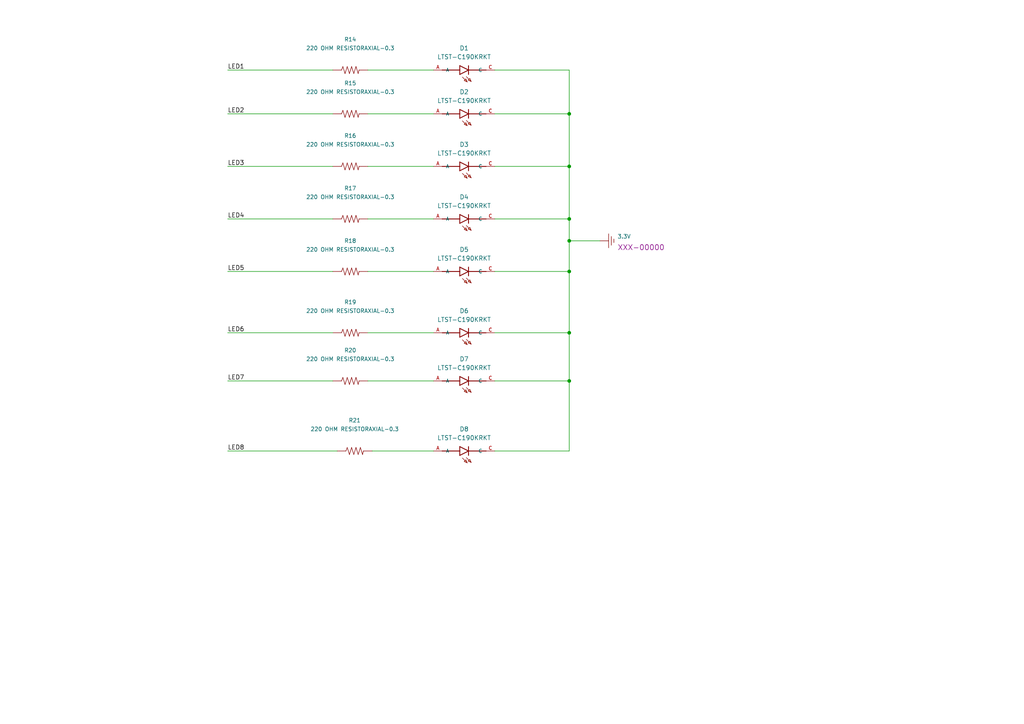
<source format=kicad_sch>
(kicad_sch (version 20211123) (generator eeschema)

  (uuid b412faad-54de-4a57-8870-1df2e137269a)

  (paper "A4")

  (lib_symbols
    (symbol "LTST-C190KRKT:LTST-C190KRKT" (pin_names (offset 1.016)) (in_bom yes) (on_board yes)
      (property "Reference" "D" (id 0) (at -2.032 4.064 0)
        (effects (font (size 1.27 1.27)) (justify left bottom))
      )
      (property "Value" "LTST-C190KRKT" (id 1) (at -2.032 -3.81 0)
        (effects (font (size 1.27 1.27)) (justify left bottom))
      )
      (property "Footprint" "LEDC1608X35N" (id 2) (at 0 0 0)
        (effects (font (size 1.27 1.27)) (justify left bottom) hide)
      )
      (property "Datasheet" "" (id 3) (at 0 0 0)
        (effects (font (size 1.27 1.27)) (justify left bottom) hide)
      )
      (property "ki_locked" "" (id 4) (at 0 0 0)
        (effects (font (size 1.27 1.27)))
      )
      (symbol "LTST-C190KRKT_0_0"
        (polyline
          (pts
            (xy -5.08 0)
            (xy 0 0)
          )
          (stroke (width 0.254) (type default) (color 0 0 0 0))
          (fill (type none))
        )
        (polyline
          (pts
            (xy 0 -1.27)
            (xy 0 0)
          )
          (stroke (width 0.254) (type default) (color 0 0 0 0))
          (fill (type none))
        )
        (polyline
          (pts
            (xy 0 0)
            (xy 0 1.27)
          )
          (stroke (width 0.254) (type default) (color 0 0 0 0))
          (fill (type none))
        )
        (polyline
          (pts
            (xy 0 0)
            (xy 2.54 1.27)
          )
          (stroke (width 0.254) (type default) (color 0 0 0 0))
          (fill (type none))
        )
        (polyline
          (pts
            (xy 0.635 1.905)
            (xy -0.762 3.302)
          )
          (stroke (width 0.1524) (type default) (color 0 0 0 0))
          (fill (type none))
        )
        (polyline
          (pts
            (xy 1.778 2.032)
            (xy 0.381 3.429)
          )
          (stroke (width 0.1524) (type default) (color 0 0 0 0))
          (fill (type none))
        )
        (polyline
          (pts
            (xy 2.54 -1.27)
            (xy 0 0)
          )
          (stroke (width 0.254) (type default) (color 0 0 0 0))
          (fill (type none))
        )
        (polyline
          (pts
            (xy 2.54 -1.27)
            (xy 2.54 0)
          )
          (stroke (width 0.254) (type default) (color 0 0 0 0))
          (fill (type none))
        )
        (polyline
          (pts
            (xy 2.54 0)
            (xy 2.54 1.27)
          )
          (stroke (width 0.254) (type default) (color 0 0 0 0))
          (fill (type none))
        )
        (polyline
          (pts
            (xy 2.54 0)
            (xy 7.62 0)
          )
          (stroke (width 0.254) (type default) (color 0 0 0 0))
          (fill (type none))
        )
        (polyline
          (pts
            (xy -0.762 3.302)
            (xy 0.127 2.921)
            (xy -0.381 2.413)
            (xy -0.762 3.302)
          )
          (stroke (width 0.1524) (type default) (color 0 0 0 0))
          (fill (type background))
        )
        (polyline
          (pts
            (xy 0.381 3.429)
            (xy 1.27 3.048)
            (xy 0.762 2.54)
            (xy 0.381 3.429)
          )
          (stroke (width 0.1524) (type default) (color 0 0 0 0))
          (fill (type background))
        )
        (pin passive line (at 10.16 0 180) (length 2.54)
          (name "A" (effects (font (size 1.016 1.016))))
          (number "A" (effects (font (size 1.016 1.016))))
        )
        (pin passive line (at -7.62 0 0) (length 2.54)
          (name "C" (effects (font (size 1.016 1.016))))
          (number "C" (effects (font (size 1.016 1.016))))
        )
      )
    )
    (symbol "SparkFun-PowerSymbols:GND2" (power) (pin_numbers hide) (pin_names (offset 1.016) hide) (in_bom yes) (on_board yes)
      (property "Reference" "#GND" (id 0) (at 1.27 -1.27 0)
        (effects (font (size 1.143 1.143)) (justify left bottom) hide)
      )
      (property "Value" "GND2" (id 1) (at -2.286 -6.35 0)
        (effects (font (size 1.143 1.143)) (justify left bottom))
      )
      (property "Footprint" "XXX-00000" (id 2) (at 0 2.54 0)
        (effects (font (size 1.524 1.524)))
      )
      (property "Datasheet" "" (id 3) (at 0 -2.54 0)
        (effects (font (size 1.524 1.524)) hide)
      )
      (property "ki_locked" "" (id 4) (at 0 0 0)
        (effects (font (size 1.27 1.27)))
      )
      (property "ki_keywords" "PROD_ID:XXX-00000" (id 5) (at 0 0 0)
        (effects (font (size 1.27 1.27)) hide)
      )
      (property "ki_description" "Ground Supply (Earth Ground style) Ground supply with a traditional \"earth ground\" symbol." (id 6) (at 0 0 0)
        (effects (font (size 1.27 1.27)) hide)
      )
      (symbol "GND2_1_0"
        (polyline
          (pts
            (xy -2.032 -2.54)
            (xy 2.032 -2.54)
          )
          (stroke (width 0) (type default) (color 0 0 0 0))
          (fill (type none))
        )
        (polyline
          (pts
            (xy -1.27 -3.302)
            (xy 1.27 -3.302)
          )
          (stroke (width 0) (type default) (color 0 0 0 0))
          (fill (type none))
        )
        (polyline
          (pts
            (xy -0.508 -4.064)
            (xy 0.508 -4.064)
          )
          (stroke (width 0) (type default) (color 0 0 0 0))
          (fill (type none))
        )
        (polyline
          (pts
            (xy 0 0)
            (xy 0 -2.54)
          )
          (stroke (width 0) (type default) (color 0 0 0 0))
          (fill (type none))
        )
      )
      (symbol "GND2_1_1"
        (pin power_in line (at 0 0 270) (length 0) hide
          (name "3.3V" (effects (font (size 1.016 1.016))))
          (number "~" (effects (font (size 1.016 1.016))))
        )
      )
    )
    (symbol "SparkFun-Resistors:RESISTORAXIAL-0.3" (pin_numbers hide) (pin_names (offset 1.016) hide) (in_bom yes) (on_board yes)
      (property "Reference" "R" (id 0) (at -5.08 1.27 0)
        (effects (font (size 1.143 1.143)) (justify left bottom))
      )
      (property "Value" "RESISTORAXIAL-0.3" (id 1) (at -5.08 -3.81 0)
        (effects (font (size 1.143 1.143)) (justify left bottom))
      )
      (property "Footprint" "AXIAL-0.3" (id 2) (at 0 3.81 0)
        (effects (font (size 0.508 0.508)) hide)
      )
      (property "Datasheet" "" (id 3) (at 0 0 0)
        (effects (font (size 1.524 1.524)) hide)
      )
      (property "Field4" " " (id 4) (at 0 5.08 0)
        (effects (font (size 1.524 1.524)))
      )
      (property "ki_locked" "" (id 5) (at 0 0 0)
        (effects (font (size 1.27 1.27)))
      )
      (property "ki_keywords" "PROD_ID:" (id 6) (at 0 0 0)
        (effects (font (size 1.27 1.27)) hide)
      )
      (property "ki_description" "Generic Resistor Package" (id 7) (at 0 0 0)
        (effects (font (size 1.27 1.27)) hide)
      )
      (property "ki_fp_filters" "*AXIAL-0.3*" (id 8) (at 0 0 0)
        (effects (font (size 1.27 1.27)) hide)
      )
      (symbol "RESISTORAXIAL-0.3_1_0"
        (polyline
          (pts
            (xy -2.54 0)
            (xy -2.159 1.016)
          )
          (stroke (width 0) (type default) (color 0 0 0 0))
          (fill (type none))
        )
        (polyline
          (pts
            (xy -2.159 1.016)
            (xy -1.524 -1.016)
          )
          (stroke (width 0) (type default) (color 0 0 0 0))
          (fill (type none))
        )
        (polyline
          (pts
            (xy -1.524 -1.016)
            (xy -0.889 1.016)
          )
          (stroke (width 0) (type default) (color 0 0 0 0))
          (fill (type none))
        )
        (polyline
          (pts
            (xy -0.889 1.016)
            (xy -0.254 -1.016)
          )
          (stroke (width 0) (type default) (color 0 0 0 0))
          (fill (type none))
        )
        (polyline
          (pts
            (xy -0.254 -1.016)
            (xy 0.381 1.016)
          )
          (stroke (width 0) (type default) (color 0 0 0 0))
          (fill (type none))
        )
        (polyline
          (pts
            (xy 0.381 1.016)
            (xy 1.016 -1.016)
          )
          (stroke (width 0) (type default) (color 0 0 0 0))
          (fill (type none))
        )
        (polyline
          (pts
            (xy 1.016 -1.016)
            (xy 1.651 1.016)
          )
          (stroke (width 0) (type default) (color 0 0 0 0))
          (fill (type none))
        )
        (polyline
          (pts
            (xy 1.651 1.016)
            (xy 2.286 -1.016)
          )
          (stroke (width 0) (type default) (color 0 0 0 0))
          (fill (type none))
        )
        (polyline
          (pts
            (xy 2.286 -1.016)
            (xy 2.54 0)
          )
          (stroke (width 0) (type default) (color 0 0 0 0))
          (fill (type none))
        )
      )
      (symbol "RESISTORAXIAL-0.3_1_1"
        (pin passive line (at -5.08 0 0) (length 2.54)
          (name "1" (effects (font (size 1.016 1.016))))
          (number "P$1" (effects (font (size 1.016 1.016))))
        )
        (pin passive line (at 5.08 0 180) (length 2.54)
          (name "2" (effects (font (size 1.016 1.016))))
          (number "P$2" (effects (font (size 1.016 1.016))))
        )
      )
    )
  )

  (junction (at 165.1 110.49) (diameter 0) (color 0 0 0 0)
    (uuid 07819a15-cf68-4a83-aa35-bd74d8ddd987)
  )
  (junction (at 165.1 78.74) (diameter 0) (color 0 0 0 0)
    (uuid 7025fbf5-e0b5-44d7-99ea-2d793d49c788)
  )
  (junction (at 165.1 63.5) (diameter 0) (color 0 0 0 0)
    (uuid 803b2286-b4b9-428e-b42a-53f183a04a57)
  )
  (junction (at 165.1 96.52) (diameter 0) (color 0 0 0 0)
    (uuid 9149ffc0-8c7c-46bf-b343-d3045756c11a)
  )
  (junction (at 165.1 33.02) (diameter 0) (color 0 0 0 0)
    (uuid 942b089c-44d4-452b-a177-fa6f75fbeb2b)
  )
  (junction (at 165.1 69.85) (diameter 0) (color 0 0 0 0)
    (uuid b1463eb5-3bf3-43cc-b151-5822dffe9b34)
  )
  (junction (at 165.1 48.26) (diameter 0) (color 0 0 0 0)
    (uuid d8eff837-3d4d-4008-b608-4536a82153d7)
  )

  (wire (pts (xy 106.68 78.74) (xy 125.73 78.74))
    (stroke (width 0) (type default) (color 0 0 0 0))
    (uuid 092eb507-a7c8-4f84-8817-59977dfdfc61)
  )
  (wire (pts (xy 173.99 69.85) (xy 165.1 69.85))
    (stroke (width 0) (type default) (color 0 0 0 0))
    (uuid 1023f886-61ce-4d22-b2bb-90c4ee3107ec)
  )
  (wire (pts (xy 66.04 48.26) (xy 96.52 48.26))
    (stroke (width 0) (type default) (color 0 0 0 0))
    (uuid 1088c35a-97c5-4439-a4e0-75ed031b7010)
  )
  (wire (pts (xy 165.1 20.32) (xy 143.51 20.32))
    (stroke (width 0) (type default) (color 0 0 0 0))
    (uuid 11366162-e4ad-4c11-aeba-6103fa9a5906)
  )
  (wire (pts (xy 66.04 63.5) (xy 96.52 63.5))
    (stroke (width 0) (type default) (color 0 0 0 0))
    (uuid 114f02a7-83bb-41d9-9adb-5276c40ed83f)
  )
  (wire (pts (xy 165.1 48.26) (xy 165.1 33.02))
    (stroke (width 0) (type default) (color 0 0 0 0))
    (uuid 11d94dc2-b6dd-4fca-bc68-13832050a76c)
  )
  (wire (pts (xy 165.1 63.5) (xy 165.1 48.26))
    (stroke (width 0) (type default) (color 0 0 0 0))
    (uuid 1905e417-286f-4bda-942a-6226173189f2)
  )
  (wire (pts (xy 106.68 96.52) (xy 125.73 96.52))
    (stroke (width 0) (type default) (color 0 0 0 0))
    (uuid 2975ee40-8268-48d1-bc44-a1d60b1cf17a)
  )
  (wire (pts (xy 165.1 33.02) (xy 165.1 20.32))
    (stroke (width 0) (type default) (color 0 0 0 0))
    (uuid 2e6e408f-97ab-4280-af72-ed2929a616fc)
  )
  (wire (pts (xy 165.1 110.49) (xy 165.1 96.52))
    (stroke (width 0) (type default) (color 0 0 0 0))
    (uuid 37372810-2123-4aba-93cd-def09d0e030b)
  )
  (wire (pts (xy 66.04 96.52) (xy 96.52 96.52))
    (stroke (width 0) (type default) (color 0 0 0 0))
    (uuid 3d02ac77-dc89-4dd9-a627-bd4656de5670)
  )
  (wire (pts (xy 66.04 110.49) (xy 96.52 110.49))
    (stroke (width 0) (type default) (color 0 0 0 0))
    (uuid 40ee283b-3e84-49f1-8222-9d837d9b7aac)
  )
  (wire (pts (xy 66.04 78.74) (xy 96.52 78.74))
    (stroke (width 0) (type default) (color 0 0 0 0))
    (uuid 4bda4267-3289-4291-803f-00731e47dd8c)
  )
  (wire (pts (xy 143.51 78.74) (xy 165.1 78.74))
    (stroke (width 0) (type default) (color 0 0 0 0))
    (uuid 4fbec73c-58bb-4cc9-a3c3-fd0a490263ae)
  )
  (wire (pts (xy 66.04 130.81) (xy 97.79 130.81))
    (stroke (width 0) (type default) (color 0 0 0 0))
    (uuid 533173a3-411d-4c84-9d78-50667a604abe)
  )
  (wire (pts (xy 143.51 63.5) (xy 165.1 63.5))
    (stroke (width 0) (type default) (color 0 0 0 0))
    (uuid 645ae21b-7422-4801-a8e4-0061a8330451)
  )
  (wire (pts (xy 165.1 96.52) (xy 165.1 78.74))
    (stroke (width 0) (type default) (color 0 0 0 0))
    (uuid 655361c4-077e-4c22-89aa-47cba4ff3612)
  )
  (wire (pts (xy 143.51 33.02) (xy 165.1 33.02))
    (stroke (width 0) (type default) (color 0 0 0 0))
    (uuid 66dcf936-c915-433c-85f0-069e6ee6ce87)
  )
  (wire (pts (xy 66.04 20.32) (xy 96.52 20.32))
    (stroke (width 0) (type default) (color 0 0 0 0))
    (uuid 6cd33a89-3927-409c-a552-67f2cf1d10b3)
  )
  (wire (pts (xy 106.68 110.49) (xy 125.73 110.49))
    (stroke (width 0) (type default) (color 0 0 0 0))
    (uuid 6f9bd5c9-82c9-4830-94bf-71ae6138616c)
  )
  (wire (pts (xy 165.1 130.81) (xy 143.51 130.81))
    (stroke (width 0) (type default) (color 0 0 0 0))
    (uuid 7b062e47-bbae-4bae-a827-5c7b761d9e85)
  )
  (wire (pts (xy 107.95 130.81) (xy 125.73 130.81))
    (stroke (width 0) (type default) (color 0 0 0 0))
    (uuid 99099c2b-fb29-4828-8525-8951a69bd664)
  )
  (wire (pts (xy 106.68 63.5) (xy 125.73 63.5))
    (stroke (width 0) (type default) (color 0 0 0 0))
    (uuid a7cb0709-34e1-4c68-a18a-005f4ade61d3)
  )
  (wire (pts (xy 143.51 48.26) (xy 165.1 48.26))
    (stroke (width 0) (type default) (color 0 0 0 0))
    (uuid a9db4dd0-6228-4e77-bd2e-d941cc387c92)
  )
  (wire (pts (xy 66.04 33.02) (xy 96.52 33.02))
    (stroke (width 0) (type default) (color 0 0 0 0))
    (uuid b02be585-d636-49da-a6c5-ef4853b65c5e)
  )
  (wire (pts (xy 165.1 69.85) (xy 165.1 63.5))
    (stroke (width 0) (type default) (color 0 0 0 0))
    (uuid b44a4ad0-52fa-4c1b-b247-77239424be31)
  )
  (wire (pts (xy 143.51 110.49) (xy 165.1 110.49))
    (stroke (width 0) (type default) (color 0 0 0 0))
    (uuid c68f8d62-57cd-453d-a3ed-0e7604e4297e)
  )
  (wire (pts (xy 165.1 110.49) (xy 165.1 130.81))
    (stroke (width 0) (type default) (color 0 0 0 0))
    (uuid ce97dba0-1db7-4a51-b750-29f26705834c)
  )
  (wire (pts (xy 106.68 33.02) (xy 125.73 33.02))
    (stroke (width 0) (type default) (color 0 0 0 0))
    (uuid d0c86da9-f393-453a-a77e-66c41c66edfd)
  )
  (wire (pts (xy 106.68 20.32) (xy 125.73 20.32))
    (stroke (width 0) (type default) (color 0 0 0 0))
    (uuid ddb75893-6311-4ecb-9166-b6df4e1ed321)
  )
  (wire (pts (xy 106.68 48.26) (xy 125.73 48.26))
    (stroke (width 0) (type default) (color 0 0 0 0))
    (uuid e6ec8ddc-b334-41bb-bf17-5c0b2752ca9d)
  )
  (wire (pts (xy 143.51 96.52) (xy 165.1 96.52))
    (stroke (width 0) (type default) (color 0 0 0 0))
    (uuid e7ffdff2-41d9-429c-8737-ada09820fdda)
  )
  (wire (pts (xy 165.1 78.74) (xy 165.1 69.85))
    (stroke (width 0) (type default) (color 0 0 0 0))
    (uuid fe72fd8b-9e93-48cd-b60a-e7333428e6e1)
  )

  (label "LED6" (at 66.04 96.52 0)
    (effects (font (size 1.27 1.27)) (justify left bottom))
    (uuid 3dde2b97-b617-4f12-81e6-69461ac96a6f)
  )
  (label "LED8" (at 66.04 130.81 0)
    (effects (font (size 1.27 1.27)) (justify left bottom))
    (uuid 4680a91b-bcb4-4850-aa94-90099c39ff65)
  )
  (label "LED3" (at 66.04 48.26 0)
    (effects (font (size 1.27 1.27)) (justify left bottom))
    (uuid 77396459-42d6-4775-8549-eae4877d6ae7)
  )
  (label "LED7" (at 66.04 110.49 0)
    (effects (font (size 1.27 1.27)) (justify left bottom))
    (uuid 7a010b13-63f1-4e79-bfc5-3f1409c9ea21)
  )
  (label "LED1" (at 66.04 20.32 0)
    (effects (font (size 1.27 1.27)) (justify left bottom))
    (uuid 83a3aa64-f953-48e5-a056-37699a902030)
  )
  (label "LED5" (at 66.04 78.74 0)
    (effects (font (size 1.27 1.27)) (justify left bottom))
    (uuid 933acb08-12b2-456f-bd3f-540e3306dde3)
  )
  (label "LED4" (at 66.04 63.5 0)
    (effects (font (size 1.27 1.27)) (justify left bottom))
    (uuid 99574121-b73d-44e1-ad91-958abd622aa5)
  )
  (label "LED2" (at 66.04 33.02 0)
    (effects (font (size 1.27 1.27)) (justify left bottom))
    (uuid e04aec64-a941-48c3-a148-f530177f006a)
  )

  (symbol (lib_id "SparkFun-Resistors:RESISTORAXIAL-0.3") (at 101.6 20.32 0) (unit 1)
    (in_bom yes) (on_board yes) (fields_autoplaced)
    (uuid 04c230ed-3a0f-460d-9b6e-911ec86b36d3)
    (property "Reference" "R14" (id 0) (at 101.6 11.43 0)
      (effects (font (size 1.143 1.143)))
    )
    (property "Value" "220 OHM RESISTORAXIAL-0.3" (id 1) (at 101.6 13.97 0)
      (effects (font (size 1.143 1.143)))
    )
    (property "Footprint" "AXIAL-0.3" (id 2) (at 101.6 16.51 0)
      (effects (font (size 0.508 0.508)) hide)
    )
    (property "Datasheet" "" (id 3) (at 101.6 20.32 0)
      (effects (font (size 1.524 1.524)) hide)
    )
    (property "Field4" " " (id 4) (at 101.6 17.78 0)
      (effects (font (size 1.524 1.524)))
    )
    (pin "P$1" (uuid 9c4f4640-f5fb-49da-9d6b-0b6882d8bdf1))
    (pin "P$2" (uuid e2dab110-9bf9-4b92-be4f-9150f5be1c37))
  )

  (symbol (lib_id "LTST-C190KRKT:LTST-C190KRKT") (at 135.89 110.49 180) (unit 1)
    (in_bom yes) (on_board yes) (fields_autoplaced)
    (uuid 091f1ad7-10a9-476d-b7da-3483a7bccb62)
    (property "Reference" "D7" (id 0) (at 134.62 104.14 0))
    (property "Value" "LTST-C190KRKT" (id 1) (at 134.62 106.68 0))
    (property "Footprint" "LEDC1608X35N" (id 2) (at 135.89 110.49 0)
      (effects (font (size 1.27 1.27)) (justify left bottom) hide)
    )
    (property "Datasheet" "" (id 3) (at 135.89 110.49 0)
      (effects (font (size 1.27 1.27)) (justify left bottom) hide)
    )
    (pin "A" (uuid d1628c4e-4a18-469c-999f-93669d7ca3ed))
    (pin "C" (uuid facacc61-6fe9-4058-b346-e0b49cd6c92b))
  )

  (symbol (lib_id "LTST-C190KRKT:LTST-C190KRKT") (at 135.89 78.74 180) (unit 1)
    (in_bom yes) (on_board yes) (fields_autoplaced)
    (uuid 1119c30d-4fff-4454-80ab-b6c930fbd9c1)
    (property "Reference" "D5" (id 0) (at 134.62 72.39 0))
    (property "Value" "LTST-C190KRKT" (id 1) (at 134.62 74.93 0))
    (property "Footprint" "LEDC1608X35N" (id 2) (at 135.89 78.74 0)
      (effects (font (size 1.27 1.27)) (justify left bottom) hide)
    )
    (property "Datasheet" "" (id 3) (at 135.89 78.74 0)
      (effects (font (size 1.27 1.27)) (justify left bottom) hide)
    )
    (pin "A" (uuid d4c6e2c3-e8d6-413c-a0fe-2b6d1f217fbe))
    (pin "C" (uuid 4ead9638-e36b-4487-9e39-b16c8cd81e27))
  )

  (symbol (lib_id "LTST-C190KRKT:LTST-C190KRKT") (at 135.89 96.52 180) (unit 1)
    (in_bom yes) (on_board yes) (fields_autoplaced)
    (uuid 15efa35f-aed1-4f20-bf9d-1d88a05595b7)
    (property "Reference" "D6" (id 0) (at 134.62 90.17 0))
    (property "Value" "LTST-C190KRKT" (id 1) (at 134.62 92.71 0))
    (property "Footprint" "LEDC1608X35N" (id 2) (at 135.89 96.52 0)
      (effects (font (size 1.27 1.27)) (justify left bottom) hide)
    )
    (property "Datasheet" "" (id 3) (at 135.89 96.52 0)
      (effects (font (size 1.27 1.27)) (justify left bottom) hide)
    )
    (pin "A" (uuid d828e5b5-76d4-4512-b311-0991aa266719))
    (pin "C" (uuid f5c374d8-0690-461e-bab9-d4802511436d))
  )

  (symbol (lib_id "LTST-C190KRKT:LTST-C190KRKT") (at 135.89 20.32 180) (unit 1)
    (in_bom yes) (on_board yes) (fields_autoplaced)
    (uuid 3651905e-6b03-4139-badc-ed79a95b5dd0)
    (property "Reference" "D1" (id 0) (at 134.62 13.97 0))
    (property "Value" "LTST-C190KRKT" (id 1) (at 134.62 16.51 0))
    (property "Footprint" "LEDC1608X35N" (id 2) (at 135.89 20.32 0)
      (effects (font (size 1.27 1.27)) (justify left bottom) hide)
    )
    (property "Datasheet" "" (id 3) (at 135.89 20.32 0)
      (effects (font (size 1.27 1.27)) (justify left bottom) hide)
    )
    (pin "A" (uuid 0cee2655-4dc6-4afb-b5b2-60633ef10137))
    (pin "C" (uuid 20792b49-07fd-45dd-845c-4ef72c0be7d0))
  )

  (symbol (lib_id "SparkFun-Resistors:RESISTORAXIAL-0.3") (at 101.6 33.02 0) (unit 1)
    (in_bom yes) (on_board yes) (fields_autoplaced)
    (uuid 4840e8f8-5bbc-4295-b68f-6c7212d4cb88)
    (property "Reference" "R15" (id 0) (at 101.6 24.13 0)
      (effects (font (size 1.143 1.143)))
    )
    (property "Value" "220 OHM RESISTORAXIAL-0.3" (id 1) (at 101.6 26.67 0)
      (effects (font (size 1.143 1.143)))
    )
    (property "Footprint" "AXIAL-0.3" (id 2) (at 101.6 29.21 0)
      (effects (font (size 0.508 0.508)) hide)
    )
    (property "Datasheet" "" (id 3) (at 101.6 33.02 0)
      (effects (font (size 1.524 1.524)) hide)
    )
    (property "Field4" " " (id 4) (at 101.6 30.48 0)
      (effects (font (size 1.524 1.524)))
    )
    (pin "P$1" (uuid d857c0db-249a-4fd4-9f40-8491760afc27))
    (pin "P$2" (uuid 38887e46-d1ae-47bf-b836-a8b87a072497))
  )

  (symbol (lib_id "SparkFun-Resistors:RESISTORAXIAL-0.3") (at 101.6 78.74 0) (unit 1)
    (in_bom yes) (on_board yes) (fields_autoplaced)
    (uuid 4c81182a-5d72-4b87-a04c-6495f5d2f4ce)
    (property "Reference" "R18" (id 0) (at 101.6 69.85 0)
      (effects (font (size 1.143 1.143)))
    )
    (property "Value" "220 OHM RESISTORAXIAL-0.3" (id 1) (at 101.6 72.39 0)
      (effects (font (size 1.143 1.143)))
    )
    (property "Footprint" "AXIAL-0.3" (id 2) (at 101.6 74.93 0)
      (effects (font (size 0.508 0.508)) hide)
    )
    (property "Datasheet" "" (id 3) (at 101.6 78.74 0)
      (effects (font (size 1.524 1.524)) hide)
    )
    (property "Field4" " " (id 4) (at 101.6 76.2 0)
      (effects (font (size 1.524 1.524)))
    )
    (pin "P$1" (uuid a1746cc5-761a-4fc3-beb1-cfcc654a9779))
    (pin "P$2" (uuid eee35b21-bfd9-4572-a81b-0e9adeedcf73))
  )

  (symbol (lib_id "LTST-C190KRKT:LTST-C190KRKT") (at 135.89 63.5 180) (unit 1)
    (in_bom yes) (on_board yes) (fields_autoplaced)
    (uuid 54e8e8fc-d978-474e-9e5a-fbb98069be8d)
    (property "Reference" "D4" (id 0) (at 134.62 57.15 0))
    (property "Value" "LTST-C190KRKT" (id 1) (at 134.62 59.69 0))
    (property "Footprint" "LEDC1608X35N" (id 2) (at 135.89 63.5 0)
      (effects (font (size 1.27 1.27)) (justify left bottom) hide)
    )
    (property "Datasheet" "" (id 3) (at 135.89 63.5 0)
      (effects (font (size 1.27 1.27)) (justify left bottom) hide)
    )
    (pin "A" (uuid 39d556a7-61a5-4f76-a4fe-7375d8b851df))
    (pin "C" (uuid 233ae972-4082-437d-8282-0fbf9b8f328b))
  )

  (symbol (lib_id "SparkFun-Resistors:RESISTORAXIAL-0.3") (at 101.6 110.49 0) (unit 1)
    (in_bom yes) (on_board yes) (fields_autoplaced)
    (uuid 6169ad97-0f17-48eb-992c-a92309b4a911)
    (property "Reference" "R20" (id 0) (at 101.6 101.6 0)
      (effects (font (size 1.143 1.143)))
    )
    (property "Value" "220 OHM RESISTORAXIAL-0.3" (id 1) (at 101.6 104.14 0)
      (effects (font (size 1.143 1.143)))
    )
    (property "Footprint" "AXIAL-0.3" (id 2) (at 101.6 106.68 0)
      (effects (font (size 0.508 0.508)) hide)
    )
    (property "Datasheet" "" (id 3) (at 101.6 110.49 0)
      (effects (font (size 1.524 1.524)) hide)
    )
    (property "Field4" " " (id 4) (at 101.6 107.95 0)
      (effects (font (size 1.524 1.524)))
    )
    (pin "P$1" (uuid 217f206b-446c-4661-9a0f-ffd02995e4ec))
    (pin "P$2" (uuid 167ead20-75fa-4cb3-a9da-fae683ef37dd))
  )

  (symbol (lib_id "SparkFun-PowerSymbols:GND2") (at 173.99 69.85 90) (unit 1)
    (in_bom yes) (on_board yes) (fields_autoplaced)
    (uuid 6d422908-d5d5-4c5a-940c-6e126a877267)
    (property "Reference" "#GND0114" (id 0) (at 175.26 68.58 0)
      (effects (font (size 1.143 1.143)) (justify left bottom) hide)
    )
    (property "Value" "GND2" (id 1) (at 179.07 68.58 90)
      (effects (font (size 1.143 1.143)) (justify right))
    )
    (property "Footprint" "XXX-00000" (id 2) (at 179.07 71.755 90)
      (effects (font (size 1.524 1.524)) (justify right))
    )
    (property "Datasheet" "" (id 3) (at 176.53 69.85 0)
      (effects (font (size 1.524 1.524)) hide)
    )
    (pin "~" (uuid 9afcef92-1563-4de0-8bb9-8424e790705d))
  )

  (symbol (lib_id "LTST-C190KRKT:LTST-C190KRKT") (at 135.89 33.02 180) (unit 1)
    (in_bom yes) (on_board yes) (fields_autoplaced)
    (uuid 7097a93f-295f-4daf-ac16-5276fe937453)
    (property "Reference" "D2" (id 0) (at 134.62 26.67 0))
    (property "Value" "LTST-C190KRKT" (id 1) (at 134.62 29.21 0))
    (property "Footprint" "LEDC1608X35N" (id 2) (at 135.89 33.02 0)
      (effects (font (size 1.27 1.27)) (justify left bottom) hide)
    )
    (property "Datasheet" "" (id 3) (at 135.89 33.02 0)
      (effects (font (size 1.27 1.27)) (justify left bottom) hide)
    )
    (pin "A" (uuid 199d52d4-33db-4f52-8eae-b06299b7233e))
    (pin "C" (uuid df5d5cd0-72ec-4f13-8c28-2e6cddb55975))
  )

  (symbol (lib_id "LTST-C190KRKT:LTST-C190KRKT") (at 135.89 48.26 180) (unit 1)
    (in_bom yes) (on_board yes) (fields_autoplaced)
    (uuid a9933a27-6d52-4e8c-9504-6fdde7c6fe12)
    (property "Reference" "D3" (id 0) (at 134.62 41.91 0))
    (property "Value" "LTST-C190KRKT" (id 1) (at 134.62 44.45 0))
    (property "Footprint" "LEDC1608X35N" (id 2) (at 135.89 48.26 0)
      (effects (font (size 1.27 1.27)) (justify left bottom) hide)
    )
    (property "Datasheet" "" (id 3) (at 135.89 48.26 0)
      (effects (font (size 1.27 1.27)) (justify left bottom) hide)
    )
    (pin "A" (uuid 884200ef-c467-4505-b73d-aa96b6bd2ffb))
    (pin "C" (uuid 414b4fda-195a-4cf1-ad14-60218ad24153))
  )

  (symbol (lib_id "SparkFun-Resistors:RESISTORAXIAL-0.3") (at 102.87 130.81 0) (unit 1)
    (in_bom yes) (on_board yes) (fields_autoplaced)
    (uuid dfcfe32e-f62d-4d89-af6a-088f1cf90c30)
    (property "Reference" "R21" (id 0) (at 102.87 121.92 0)
      (effects (font (size 1.143 1.143)))
    )
    (property "Value" "220 OHM RESISTORAXIAL-0.3" (id 1) (at 102.87 124.46 0)
      (effects (font (size 1.143 1.143)))
    )
    (property "Footprint" "AXIAL-0.3" (id 2) (at 102.87 127 0)
      (effects (font (size 0.508 0.508)) hide)
    )
    (property "Datasheet" "" (id 3) (at 102.87 130.81 0)
      (effects (font (size 1.524 1.524)) hide)
    )
    (property "Field4" " " (id 4) (at 102.87 128.27 0)
      (effects (font (size 1.524 1.524)))
    )
    (pin "P$1" (uuid 0bea0fef-904d-469b-b466-8a9fd8d5289f))
    (pin "P$2" (uuid 80390934-e862-4056-af06-1819c2c0cc15))
  )

  (symbol (lib_id "SparkFun-Resistors:RESISTORAXIAL-0.3") (at 101.6 96.52 0) (unit 1)
    (in_bom yes) (on_board yes) (fields_autoplaced)
    (uuid ecff9edb-a5c2-440d-955c-eaae758594b2)
    (property "Reference" "R19" (id 0) (at 101.6 87.63 0)
      (effects (font (size 1.143 1.143)))
    )
    (property "Value" "220 OHM RESISTORAXIAL-0.3" (id 1) (at 101.6 90.17 0)
      (effects (font (size 1.143 1.143)))
    )
    (property "Footprint" "AXIAL-0.3" (id 2) (at 101.6 92.71 0)
      (effects (font (size 0.508 0.508)) hide)
    )
    (property "Datasheet" "" (id 3) (at 101.6 96.52 0)
      (effects (font (size 1.524 1.524)) hide)
    )
    (property "Field4" " " (id 4) (at 101.6 93.98 0)
      (effects (font (size 1.524 1.524)))
    )
    (pin "P$1" (uuid 03a1693e-f436-4588-9407-16112f7e94b0))
    (pin "P$2" (uuid 95896057-a4c5-43cd-9cec-c0ebac6543a8))
  )

  (symbol (lib_id "SparkFun-Resistors:RESISTORAXIAL-0.3") (at 101.6 48.26 0) (unit 1)
    (in_bom yes) (on_board yes) (fields_autoplaced)
    (uuid ed7c284a-f3b1-4f38-9be2-817a4e063ffe)
    (property "Reference" "R16" (id 0) (at 101.6 39.37 0)
      (effects (font (size 1.143 1.143)))
    )
    (property "Value" "220 OHM RESISTORAXIAL-0.3" (id 1) (at 101.6 41.91 0)
      (effects (font (size 1.143 1.143)))
    )
    (property "Footprint" "AXIAL-0.3" (id 2) (at 101.6 44.45 0)
      (effects (font (size 0.508 0.508)) hide)
    )
    (property "Datasheet" "" (id 3) (at 101.6 48.26 0)
      (effects (font (size 1.524 1.524)) hide)
    )
    (property "Field4" " " (id 4) (at 101.6 45.72 0)
      (effects (font (size 1.524 1.524)))
    )
    (pin "P$1" (uuid e77eb770-5fd5-46ee-b61e-cdaa157fd381))
    (pin "P$2" (uuid 3a188274-49df-4894-aa79-9b2fa83029f6))
  )

  (symbol (lib_id "LTST-C190KRKT:LTST-C190KRKT") (at 135.89 130.81 180) (unit 1)
    (in_bom yes) (on_board yes) (fields_autoplaced)
    (uuid f712fe28-a676-44a0-8490-1d635b2d1c77)
    (property "Reference" "D8" (id 0) (at 134.62 124.46 0))
    (property "Value" "LTST-C190KRKT" (id 1) (at 134.62 127 0))
    (property "Footprint" "LEDC1608X35N" (id 2) (at 135.89 130.81 0)
      (effects (font (size 1.27 1.27)) (justify left bottom) hide)
    )
    (property "Datasheet" "" (id 3) (at 135.89 130.81 0)
      (effects (font (size 1.27 1.27)) (justify left bottom) hide)
    )
    (pin "A" (uuid a3b62a90-50d2-44fb-8bae-01139febf89d))
    (pin "C" (uuid 8f9bf591-b374-4407-b6bc-95dc013f2ded))
  )

  (symbol (lib_id "SparkFun-Resistors:RESISTORAXIAL-0.3") (at 101.6 63.5 0) (unit 1)
    (in_bom yes) (on_board yes) (fields_autoplaced)
    (uuid fde95693-40f3-46ed-9bc9-c3e42819c466)
    (property "Reference" "R17" (id 0) (at 101.6 54.61 0)
      (effects (font (size 1.143 1.143)))
    )
    (property "Value" "220 OHM RESISTORAXIAL-0.3" (id 1) (at 101.6 57.15 0)
      (effects (font (size 1.143 1.143)))
    )
    (property "Footprint" "AXIAL-0.3" (id 2) (at 101.6 59.69 0)
      (effects (font (size 0.508 0.508)) hide)
    )
    (property "Datasheet" "" (id 3) (at 101.6 63.5 0)
      (effects (font (size 1.524 1.524)) hide)
    )
    (property "Field4" " " (id 4) (at 101.6 60.96 0)
      (effects (font (size 1.524 1.524)))
    )
    (pin "P$1" (uuid d14eb60a-497f-4146-8744-3bbfb53050df))
    (pin "P$2" (uuid 553f711d-aeaa-43c7-9de0-10cc0ade16d0))
  )
)

</source>
